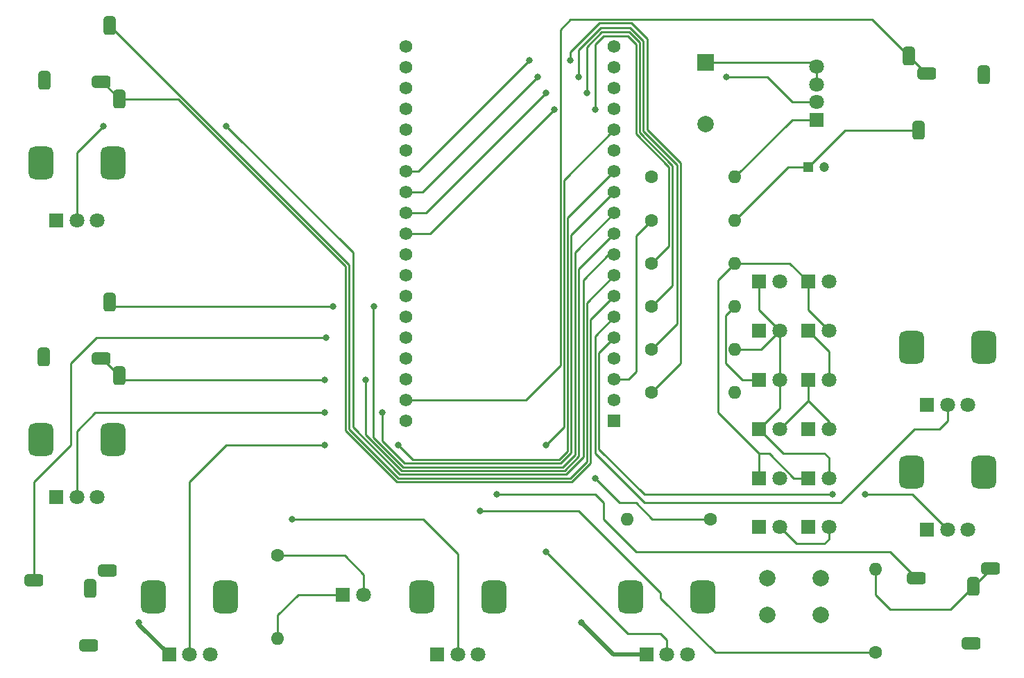
<source format=gbr>
%TF.GenerationSoftware,KiCad,Pcbnew,(6.0.4)*%
%TF.CreationDate,2022-06-01T21:34:52+02:00*%
%TF.ProjectId,Spikeling_ESP32,5370696b-656c-4696-9e67-5f4553503332,rev?*%
%TF.SameCoordinates,Original*%
%TF.FileFunction,Copper,L1,Top*%
%TF.FilePolarity,Positive*%
%FSLAX46Y46*%
G04 Gerber Fmt 4.6, Leading zero omitted, Abs format (unit mm)*
G04 Created by KiCad (PCBNEW (6.0.4)) date 2022-06-01 21:34:52*
%MOMM*%
%LPD*%
G01*
G04 APERTURE LIST*
G04 Aperture macros list*
%AMRoundRect*
0 Rectangle with rounded corners*
0 $1 Rounding radius*
0 $2 $3 $4 $5 $6 $7 $8 $9 X,Y pos of 4 corners*
0 Add a 4 corners polygon primitive as box body*
4,1,4,$2,$3,$4,$5,$6,$7,$8,$9,$2,$3,0*
0 Add four circle primitives for the rounded corners*
1,1,$1+$1,$2,$3*
1,1,$1+$1,$4,$5*
1,1,$1+$1,$6,$7*
1,1,$1+$1,$8,$9*
0 Add four rect primitives between the rounded corners*
20,1,$1+$1,$2,$3,$4,$5,0*
20,1,$1+$1,$4,$5,$6,$7,0*
20,1,$1+$1,$6,$7,$8,$9,0*
20,1,$1+$1,$8,$9,$2,$3,0*%
G04 Aperture macros list end*
%TA.AperFunction,ComponentPad*%
%ADD10R,1.800000X1.800000*%
%TD*%
%TA.AperFunction,ComponentPad*%
%ADD11C,1.800000*%
%TD*%
%TA.AperFunction,ComponentPad*%
%ADD12C,1.600000*%
%TD*%
%TA.AperFunction,ComponentPad*%
%ADD13O,1.600000X1.600000*%
%TD*%
%TA.AperFunction,ComponentPad*%
%ADD14RoundRect,0.750000X0.750000X-1.250000X0.750000X1.250000X-0.750000X1.250000X-0.750000X-1.250000X0*%
%TD*%
%TA.AperFunction,ComponentPad*%
%ADD15RoundRect,0.381000X0.381000X-0.762000X0.381000X0.762000X-0.381000X0.762000X-0.381000X-0.762000X0*%
%TD*%
%TA.AperFunction,ComponentPad*%
%ADD16RoundRect,0.381000X-0.381000X0.762000X-0.381000X-0.762000X0.381000X-0.762000X0.381000X0.762000X0*%
%TD*%
%TA.AperFunction,ComponentPad*%
%ADD17RoundRect,0.381000X0.762000X0.381000X-0.762000X0.381000X-0.762000X-0.381000X0.762000X-0.381000X0*%
%TD*%
%TA.AperFunction,ComponentPad*%
%ADD18RoundRect,0.381000X-0.762000X-0.381000X0.762000X-0.381000X0.762000X0.381000X-0.762000X0.381000X0*%
%TD*%
%TA.AperFunction,ComponentPad*%
%ADD19R,1.200000X1.200000*%
%TD*%
%TA.AperFunction,ComponentPad*%
%ADD20C,1.200000*%
%TD*%
%TA.AperFunction,ComponentPad*%
%ADD21R,2.000000X2.000000*%
%TD*%
%TA.AperFunction,ComponentPad*%
%ADD22C,2.000000*%
%TD*%
%TA.AperFunction,ComponentPad*%
%ADD23R,1.560000X1.560000*%
%TD*%
%TA.AperFunction,ComponentPad*%
%ADD24C,1.560000*%
%TD*%
%TA.AperFunction,ViaPad*%
%ADD25C,0.800000*%
%TD*%
%TA.AperFunction,Conductor*%
%ADD26C,0.250000*%
%TD*%
%TA.AperFunction,Conductor*%
%ADD27C,0.500000*%
%TD*%
G04 APERTURE END LIST*
D10*
%TO.P,Spike LED,1,K*%
%TO.N,Net-(100\u03A9_Spike-LED1-Pad2)*%
X197000000Y-63240000D03*
D11*
%TO.P,Spike LED,2,RA*%
%TO.N,/18*%
X197000000Y-61081000D03*
%TO.P,Spike LED,3,GA*%
%TO.N,/19*%
X197000000Y-58922000D03*
%TO.P,Spike LED,4,BA*%
X197000000Y-56763000D03*
%TD*%
D10*
%TO.P,Mode6,1,K*%
%TO.N,Net-(100\u03A9_CharliePlex3-Pad2)*%
X190000000Y-83000000D03*
D11*
%TO.P,Mode6,2,A*%
%TO.N,Net-(100\u03A9_CharliePlex4-Pad2)*%
X192540000Y-83000000D03*
%TD*%
D10*
%TO.P,Mode1,1,K*%
%TO.N,Net-(100\u03A9_CharliePlex2-Pad2)*%
X190000000Y-113000000D03*
D11*
%TO.P,Mode1,2,A*%
%TO.N,Net-(100\u03A9_CharliePlex1-Pad2)*%
X192540000Y-113000000D03*
%TD*%
D12*
%TO.P,10k\u03A9 SW pull-down,1*%
%TO.N,/21*%
X184080000Y-112000000D03*
D13*
%TO.P,10k\u03A9 SW pull-down,2*%
%TO.N,GNDREF*%
X173920000Y-112000000D03*
%TD*%
D10*
%TO.P,Stim-Strength,1,1*%
%TO.N,+3V3*%
X210500000Y-113300000D03*
D11*
%TO.P,Stim-Strength,2,2*%
%TO.N,/34*%
X213000000Y-113300000D03*
%TO.P,Stim-Strength,3,3*%
%TO.N,GNDREF*%
X215500000Y-113300000D03*
D14*
%TO.P,Stim-Strength,MP*%
%TO.N,N/C*%
X217400000Y-106300000D03*
X208600000Y-106300000D03*
%TD*%
D10*
%TO.P,Noise,1,1*%
%TO.N,+3V3*%
X176250000Y-128550000D03*
D11*
%TO.P,Noise,2,2*%
%TO.N,/13*%
X178750000Y-128550000D03*
%TO.P,Noise,3,3*%
%TO.N,GNDREF*%
X181250000Y-128550000D03*
D14*
%TO.P,Noise,MP*%
%TO.N,N/C*%
X183150000Y-121550000D03*
X174350000Y-121550000D03*
%TD*%
D15*
%TO.P,Synapse In 1,R*%
%TO.N,/33*%
X110781500Y-51750000D03*
D16*
%TO.P,Synapse In 1,S*%
%TO.N,GNDREF*%
X102781500Y-58450000D03*
D17*
%TO.P,Synapse In 1,T*%
%TO.N,/32*%
X109781500Y-58650000D03*
D15*
X111981500Y-60750000D03*
%TD*%
D16*
%TO.P,Synapse Out,R*%
%TO.N,Net-(10\u03A9_RC1-Pad2)*%
X209468500Y-64500000D03*
D15*
%TO.P,Synapse Out,S*%
%TO.N,GNDREF*%
X217468500Y-57800000D03*
D16*
%TO.P,Synapse Out,T*%
%TO.N,/23*%
X208268500Y-55500000D03*
D18*
X210468500Y-57600000D03*
%TD*%
D10*
%TO.P,Synapse 1 Gain,1,1*%
%TO.N,+3V3*%
X104250000Y-75550000D03*
D11*
%TO.P,Synapse 1 Gain,2,2*%
%TO.N,/25*%
X106750000Y-75550000D03*
%TO.P,Synapse 1 Gain,3,3*%
%TO.N,GNDREF*%
X109250000Y-75550000D03*
D14*
%TO.P,Synapse 1 Gain,MP*%
%TO.N,N/C*%
X102350000Y-68550000D03*
X111150000Y-68550000D03*
%TD*%
D10*
%TO.P,Mode3,1,K*%
%TO.N,Net-(100\u03A9_CharliePlex3-Pad2)*%
X190000000Y-101000000D03*
D11*
%TO.P,Mode3,2,A*%
%TO.N,Net-(100\u03A9_CharliePlex2-Pad2)*%
X192540000Y-101000000D03*
%TD*%
D10*
%TO.P,Voltage Membrane,1,1*%
%TO.N,+3V3*%
X118000000Y-128550000D03*
D11*
%TO.P,Voltage Membrane,2,2*%
%TO.N,/12*%
X120500000Y-128550000D03*
%TO.P,Voltage Membrane,3,3*%
%TO.N,GNDREF*%
X123000000Y-128550000D03*
D14*
%TO.P,Voltage Membrane,MP*%
%TO.N,N/C*%
X124900000Y-121550000D03*
X116100000Y-121550000D03*
%TD*%
D12*
%TO.P,100\u03A9 Stim-LED,1*%
%TO.N,/22*%
X204250000Y-128330000D03*
D13*
%TO.P,100\u03A9 Stim-LED,2*%
%TO.N,Net-(100\u03A9_Stim-LED1-Pad2)*%
X204250000Y-118170000D03*
%TD*%
D17*
%TO.P,Stimulus Out,R*%
%TO.N,/01*%
X209250000Y-119218500D03*
D18*
%TO.P,Stimulus Out,S*%
%TO.N,GNDREF*%
X215950000Y-127218500D03*
D17*
%TO.P,Stimulus Out,T*%
%TO.N,Net-(100\u03A9_Stim-LED1-Pad2)*%
X218250000Y-118018500D03*
D16*
X216150000Y-120218500D03*
%TD*%
D10*
%TO.P,Mode10,1,K*%
%TO.N,Net-(100\u03A9_CharliePlex2-Pad2)*%
X196000000Y-95000000D03*
D11*
%TO.P,Mode10,2,A*%
%TO.N,Net-(100\u03A9_CharliePlex4-Pad2)*%
X198540000Y-95000000D03*
%TD*%
D10*
%TO.P,Mode8,1,K*%
%TO.N,Net-(100\u03A9_CharliePlex1-Pad2)*%
X196000000Y-107000000D03*
D11*
%TO.P,Mode8,2,A*%
%TO.N,Net-(100\u03A9_CharliePlex3-Pad2)*%
X198540000Y-107000000D03*
%TD*%
D12*
%TO.P,50\u03A9_CharliePlex4,1*%
%TO.N,/04*%
X176920000Y-96500000D03*
D13*
%TO.P,50\u03A9_CharliePlex4,2*%
%TO.N,Net-(100\u03A9_CharliePlex4-Pad2)*%
X187080000Y-96500000D03*
%TD*%
D10*
%TO.P,Mode12,1,K*%
%TO.N,Net-(100\u03A9_CharliePlex1-Pad2)*%
X196000000Y-83000000D03*
D11*
%TO.P,Mode12,2,A*%
%TO.N,Net-(100\u03A9_CharliePlex4-Pad2)*%
X198540000Y-83000000D03*
%TD*%
D10*
%TO.P,Mode11,1,K*%
%TO.N,Net-(100\u03A9_CharliePlex4-Pad2)*%
X196000000Y-89000000D03*
D11*
%TO.P,Mode11,2,A*%
%TO.N,Net-(100\u03A9_CharliePlex1-Pad2)*%
X198540000Y-89000000D03*
%TD*%
D10*
%TO.P,Mode9,1,K*%
%TO.N,Net-(100\u03A9_CharliePlex4-Pad2)*%
X196000000Y-101000000D03*
D11*
%TO.P,Mode9,2,A*%
%TO.N,Net-(100\u03A9_CharliePlex2-Pad2)*%
X198540000Y-101000000D03*
%TD*%
D12*
%TO.P,10\u03A9 RC,1*%
%TO.N,/36*%
X176920000Y-75500000D03*
D13*
%TO.P,10\u03A9 RC,2*%
%TO.N,Net-(10\u03A9_RC1-Pad2)*%
X187080000Y-75500000D03*
%TD*%
D10*
%TO.P,Photodiode,1,K*%
%TO.N,GNDREF*%
X139225000Y-121250000D03*
D11*
%TO.P,Photodiode,2,A*%
%TO.N,/15*%
X141765000Y-121250000D03*
%TD*%
D10*
%TO.P,Stim-Frequency,1,1*%
%TO.N,+3V3*%
X210500000Y-98050000D03*
D11*
%TO.P,Stim-Frequency,2,2*%
%TO.N,/35*%
X213000000Y-98050000D03*
%TO.P,Stim-Frequency,3,3*%
%TO.N,GNDREF*%
X215500000Y-98050000D03*
D14*
%TO.P,Stim-Frequency,MP*%
%TO.N,N/C*%
X217400000Y-91050000D03*
X208600000Y-91050000D03*
%TD*%
D10*
%TO.P,Synapse 2 Gain,1,1*%
%TO.N,+3V3*%
X104250000Y-109300000D03*
D11*
%TO.P,Synapse 2 Gain,2,2*%
%TO.N,/14*%
X106750000Y-109300000D03*
%TO.P,Synapse 2 Gain,3,3*%
%TO.N,GNDREF*%
X109250000Y-109300000D03*
D14*
%TO.P,Synapse 2 Gain,MP*%
%TO.N,N/C*%
X102350000Y-102300000D03*
X111150000Y-102300000D03*
%TD*%
D15*
%TO.P,Synapse in 2,R*%
%TO.N,/27*%
X110750000Y-85500000D03*
D16*
%TO.P,Synapse in 2,S*%
%TO.N,GNDREF*%
X102750000Y-92200000D03*
D17*
%TO.P,Synapse in 2,T*%
%TO.N,/26*%
X109750000Y-92400000D03*
D15*
X111950000Y-94500000D03*
%TD*%
D10*
%TO.P,Mode2,1,K*%
%TO.N,Net-(100\u03A9_CharliePlex1-Pad2)*%
X190000000Y-107000000D03*
D11*
%TO.P,Mode2,2,A*%
%TO.N,Net-(100\u03A9_CharliePlex2-Pad2)*%
X192540000Y-107000000D03*
%TD*%
D10*
%TO.P,Mode4,1,K*%
%TO.N,Net-(100\u03A9_CharliePlex2-Pad2)*%
X190000000Y-95000000D03*
D11*
%TO.P,Mode4,2,A*%
%TO.N,Net-(100\u03A9_CharliePlex3-Pad2)*%
X192540000Y-95000000D03*
%TD*%
D17*
%TO.P,Current In,R*%
%TO.N,/03*%
X101500000Y-119468500D03*
D18*
%TO.P,Current In,S*%
%TO.N,GNDREF*%
X108200000Y-127468500D03*
D17*
%TO.P,Current In,T*%
%TO.N,unconnected-(Current_In1-PadT)*%
X110500000Y-118268500D03*
D16*
X108400000Y-120468500D03*
%TD*%
D12*
%TO.P,50\u03A9_CharliePlex3,1*%
%TO.N,/16*%
X176920000Y-91250000D03*
D13*
%TO.P,50\u03A9_CharliePlex3,2*%
%TO.N,Net-(100\u03A9_CharliePlex3-Pad2)*%
X187080000Y-91250000D03*
%TD*%
D12*
%TO.P,10k\u03A9 PD pull-down,1*%
%TO.N,/15*%
X131250000Y-116420000D03*
D13*
%TO.P,10k\u03A9 PD pull-down,2*%
%TO.N,GNDREF*%
X131250000Y-126580000D03*
%TD*%
D10*
%TO.P,Photodiode Gain,1,1*%
%TO.N,+3V3*%
X150750000Y-128550000D03*
D11*
%TO.P,Photodiode Gain,2,2*%
%TO.N,/02*%
X153250000Y-128550000D03*
%TO.P,Photodiode Gain,3,3*%
%TO.N,GNDREF*%
X155750000Y-128550000D03*
D14*
%TO.P,Photodiode Gain,MP*%
%TO.N,N/C*%
X148850000Y-121550000D03*
X157650000Y-121550000D03*
%TD*%
D19*
%TO.P,1nF RC,1*%
%TO.N,Net-(10\u03A9_RC1-Pad2)*%
X196000000Y-69000000D03*
D20*
%TO.P,1nF RC,2*%
%TO.N,GNDREF*%
X198000000Y-69000000D03*
%TD*%
D12*
%TO.P,50\u03A9_CharliePlex2,1*%
%TO.N,/17*%
X176920000Y-86000000D03*
D13*
%TO.P,50\u03A9_CharliePlex2,2*%
%TO.N,Net-(100\u03A9_CharliePlex2-Pad2)*%
X187080000Y-86000000D03*
%TD*%
D12*
%TO.P,100\u03A9 Spike LED,1*%
%TO.N,GNDREF*%
X176920000Y-70250000D03*
D13*
%TO.P,100\u03A9 Spike LED,2*%
%TO.N,Net-(100\u03A9_Spike-LED1-Pad2)*%
X187080000Y-70250000D03*
%TD*%
D21*
%TO.P,Spike Buzzer,1,-*%
%TO.N,/19*%
X183500000Y-56200000D03*
D22*
%TO.P,Spike Buzzer,2,+*%
%TO.N,GNDREF*%
X183500000Y-63800000D03*
%TD*%
D12*
%TO.P,50\u03A9 CharliePlex1,1*%
%TO.N,/05*%
X176920000Y-80750000D03*
D13*
%TO.P,50\u03A9 CharliePlex1,2*%
%TO.N,Net-(100\u03A9_CharliePlex1-Pad2)*%
X187080000Y-80750000D03*
%TD*%
D22*
%TO.P,Mode Button,1,1*%
%TO.N,/21*%
X191000000Y-119250000D03*
X197500000Y-119250000D03*
%TO.P,Mode Button,2,2*%
%TO.N,+3V3*%
X197500000Y-123750000D03*
X191000000Y-123750000D03*
%TD*%
D23*
%TO.P,ESP32-WROOM dev module,1,3V3*%
%TO.N,+3V3*%
X172347500Y-100010000D03*
D24*
%TO.P,ESP32-WROOM dev module,2,EN*%
%TO.N,unconnected-(U1-Pad2)*%
X172347500Y-97470000D03*
%TO.P,ESP32-WROOM dev module,3,SENSOR_VP*%
%TO.N,/36*%
X172347500Y-94930000D03*
%TO.P,ESP32-WROOM dev module,4,SENSOR_VN*%
%TO.N,unconnected-(U1-Pad4)*%
X172347500Y-92390000D03*
%TO.P,ESP32-WROOM dev module,5,IO34*%
%TO.N,/34*%
X172347500Y-89850000D03*
%TO.P,ESP32-WROOM dev module,6,IO35*%
%TO.N,/35*%
X172347500Y-87310000D03*
%TO.P,ESP32-WROOM dev module,7,IO32*%
%TO.N,/32*%
X172347500Y-84770000D03*
%TO.P,ESP32-WROOM dev module,8,IO33*%
%TO.N,/33*%
X172347500Y-82230000D03*
%TO.P,ESP32-WROOM dev module,9,IO25*%
%TO.N,/25*%
X172347500Y-79690000D03*
%TO.P,ESP32-WROOM dev module,10,IO26*%
%TO.N,/26*%
X172347500Y-77150000D03*
%TO.P,ESP32-WROOM dev module,11,IO27*%
%TO.N,/27*%
X172347500Y-74610000D03*
%TO.P,ESP32-WROOM dev module,12,IO14*%
%TO.N,/14*%
X172347500Y-72070000D03*
%TO.P,ESP32-WROOM dev module,13,IO12*%
%TO.N,/12*%
X172347500Y-69530000D03*
%TO.P,ESP32-WROOM dev module,14,GND1*%
%TO.N,GNDREF*%
X172347500Y-66990000D03*
%TO.P,ESP32-WROOM dev module,15,IO13*%
%TO.N,/13*%
X172347500Y-64450000D03*
%TO.P,ESP32-WROOM dev module,16,SD2*%
%TO.N,unconnected-(U1-Pad16)*%
X172347500Y-61910000D03*
%TO.P,ESP32-WROOM dev module,17,SD3*%
%TO.N,unconnected-(U1-Pad17)*%
X172347500Y-59370000D03*
%TO.P,ESP32-WROOM dev module,18,CMD*%
%TO.N,unconnected-(U1-Pad18)*%
X172347500Y-56830000D03*
%TO.P,ESP32-WROOM dev module,19,EXT_5V*%
%TO.N,unconnected-(U1-Pad19)*%
X172347500Y-54290000D03*
%TO.P,ESP32-WROOM dev module,20,GND3*%
%TO.N,GNDREF*%
X146947500Y-100010000D03*
%TO.P,ESP32-WROOM dev module,21,IO23*%
%TO.N,/23*%
X146947500Y-97470000D03*
%TO.P,ESP32-WROOM dev module,22,IO22*%
%TO.N,/22*%
X146947500Y-94930000D03*
%TO.P,ESP32-WROOM dev module,23,TXD0*%
%TO.N,/01*%
X146947500Y-92390000D03*
%TO.P,ESP32-WROOM dev module,24,RXD0*%
%TO.N,/03*%
X146947500Y-89850000D03*
%TO.P,ESP32-WROOM dev module,25,IO21*%
%TO.N,/21*%
X146947500Y-87310000D03*
%TO.P,ESP32-WROOM dev module,26,GND2*%
%TO.N,GNDREF*%
X146947500Y-84770000D03*
%TO.P,ESP32-WROOM dev module,27,IO19*%
%TO.N,/19*%
X146947500Y-82230000D03*
%TO.P,ESP32-WROOM dev module,28,IO18*%
%TO.N,/18*%
X146947500Y-79690000D03*
%TO.P,ESP32-WROOM dev module,29,IO5*%
%TO.N,/05*%
X146947500Y-77150000D03*
%TO.P,ESP32-WROOM dev module,30,IO17*%
%TO.N,/17*%
X146947500Y-74610000D03*
%TO.P,ESP32-WROOM dev module,31,IO16*%
%TO.N,/16*%
X146947500Y-72070000D03*
%TO.P,ESP32-WROOM dev module,32,IO4*%
%TO.N,/04*%
X146947500Y-69530000D03*
%TO.P,ESP32-WROOM dev module,33,IO0*%
%TO.N,unconnected-(U1-Pad33)*%
X146947500Y-66990000D03*
%TO.P,ESP32-WROOM dev module,34,IO2*%
%TO.N,/02*%
X146947500Y-64450000D03*
%TO.P,ESP32-WROOM dev module,35,IO15*%
%TO.N,/15*%
X146947500Y-61910000D03*
%TO.P,ESP32-WROOM dev module,36,SD1*%
%TO.N,unconnected-(U1-Pad36)*%
X146947500Y-59370000D03*
%TO.P,ESP32-WROOM dev module,37,SD0*%
%TO.N,unconnected-(U1-Pad37)*%
X146947500Y-56830000D03*
%TO.P,ESP32-WROOM dev module,38,CLK*%
%TO.N,unconnected-(U1-Pad38)*%
X146947500Y-54290000D03*
%TD*%
D10*
%TO.P,Mode7,1,K*%
%TO.N,Net-(100\u03A9_CharliePlex3-Pad2)*%
X196000000Y-113000000D03*
D11*
%TO.P,Mode7,2,A*%
%TO.N,Net-(100\u03A9_CharliePlex1-Pad2)*%
X198540000Y-113000000D03*
%TD*%
D10*
%TO.P,Mode5,1,K*%
%TO.N,Net-(100\u03A9_CharliePlex4-Pad2)*%
X190000000Y-89000000D03*
D11*
%TO.P,Mode5,2,A*%
%TO.N,Net-(100\u03A9_CharliePlex3-Pad2)*%
X192540000Y-89000000D03*
%TD*%
D25*
%TO.N,/27*%
X143000000Y-86000000D03*
X138000000Y-86000000D03*
%TO.N,/26*%
X142000000Y-95000000D03*
X137000000Y-95000000D03*
%TO.N,/03*%
X137150000Y-89850000D03*
%TO.N,/01*%
X158000000Y-109000000D03*
%TO.N,+3V3*%
X168352500Y-124647500D03*
X114352500Y-124647500D03*
%TO.N,/34*%
X199000000Y-109000000D03*
X203000000Y-109000000D03*
%TO.N,/25*%
X110000000Y-64000000D03*
X125000000Y-64000000D03*
%TO.N,/14*%
X137000000Y-99000000D03*
X144000000Y-99000000D03*
%TO.N,/12*%
X137000000Y-103000000D03*
X146000000Y-103000000D03*
%TO.N,/13*%
X164000000Y-116000000D03*
X164000000Y-103000000D03*
%TO.N,/22*%
X156000000Y-111000000D03*
%TO.N,/21*%
X170000000Y-107000000D03*
%TO.N,/18*%
X186000000Y-58000000D03*
%TO.N,/05*%
X170000000Y-62000000D03*
X165000000Y-62000000D03*
%TO.N,/17*%
X169000000Y-60000000D03*
X164000000Y-60000000D03*
%TO.N,/16*%
X168000000Y-58000000D03*
X163000000Y-58000000D03*
%TO.N,/04*%
X167000000Y-56000000D03*
X162000000Y-56000000D03*
%TO.N,/02*%
X133000000Y-112000000D03*
%TD*%
D26*
%TO.N,GNDREF*%
X131250000Y-126580000D02*
X131250000Y-123750000D01*
X131250000Y-123750000D02*
X133750000Y-121250000D01*
X133750000Y-121250000D02*
X139225000Y-121250000D01*
%TO.N,/23*%
X210468500Y-57600000D02*
X210368500Y-57600000D01*
X165752400Y-52247600D02*
X165752400Y-93247600D01*
X208268500Y-55500000D02*
X203768500Y-51000000D01*
X210368500Y-57600000D02*
X208268500Y-55500000D01*
X203768500Y-51000000D02*
X167000000Y-51000000D01*
X167000000Y-51000000D02*
X165752400Y-52247600D01*
X161530000Y-97470000D02*
X146947500Y-97470000D01*
X165752400Y-93247600D02*
X161530000Y-97470000D01*
%TO.N,/33*%
X167000000Y-107000000D02*
X146000000Y-107000000D01*
X140000000Y-101000000D02*
X140000000Y-80968500D01*
X140000000Y-80968500D02*
X110781500Y-51750000D01*
X169000000Y-85577500D02*
X169000000Y-105000000D01*
X172347500Y-82230000D02*
X169000000Y-85577500D01*
X169000000Y-105000000D02*
X167000000Y-107000000D01*
X146000000Y-107000000D02*
X140000000Y-101000000D01*
%TO.N,/32*%
X139550480Y-81154698D02*
X119145782Y-60750000D01*
X167186197Y-107449520D02*
X146550480Y-107449520D01*
X169449520Y-105186197D02*
X169449520Y-88550480D01*
X169449520Y-87667980D02*
X169449520Y-88550480D01*
X167317859Y-107317859D02*
X169449520Y-105186197D01*
X119145782Y-60750000D02*
X111981500Y-60750000D01*
X109881500Y-58650000D02*
X111981500Y-60750000D01*
X146550480Y-107449520D02*
X145813803Y-107449520D01*
X167317859Y-107317859D02*
X167186197Y-107449520D01*
X109781500Y-58650000D02*
X109881500Y-58650000D01*
X172347500Y-84770000D02*
X169449520Y-87667980D01*
X139550480Y-101186197D02*
X139550480Y-81154698D01*
X145813803Y-107449520D02*
X139550480Y-101186197D01*
%TO.N,/27*%
X142953577Y-102046423D02*
X146558594Y-105651440D01*
X167550480Y-104178084D02*
X167550480Y-79407020D01*
X146558594Y-105651440D02*
X166077124Y-105651440D01*
X111250000Y-86000000D02*
X110750000Y-85500000D01*
X166077124Y-105651440D02*
X167550480Y-104178084D01*
X167550480Y-79407020D02*
X172347500Y-74610000D01*
X142953577Y-86046423D02*
X143000000Y-86000000D01*
X138000000Y-86000000D02*
X111250000Y-86000000D01*
X142953577Y-102046423D02*
X142953577Y-86046423D01*
%TO.N,/26*%
X142000000Y-101728564D02*
X142000000Y-95000000D01*
X109850000Y-92400000D02*
X111950000Y-94500000D01*
X111950000Y-94500000D02*
X112450000Y-95000000D01*
X168000000Y-81497500D02*
X168000000Y-104364282D01*
X146372396Y-106100960D02*
X142000000Y-101728564D01*
X172347500Y-77150000D02*
X168000000Y-81497500D01*
X109750000Y-92400000D02*
X109850000Y-92400000D01*
X112450000Y-95000000D02*
X137000000Y-95000000D01*
X166263322Y-106100960D02*
X146372396Y-106100960D01*
X168000000Y-104364282D02*
X166263322Y-106100960D01*
%TO.N,/03*%
X109150000Y-89850000D02*
X106000000Y-93000000D01*
X106000000Y-93000000D02*
X106000000Y-103000000D01*
X106000000Y-103000000D02*
X101500000Y-107500000D01*
X101500000Y-107500000D02*
X101500000Y-119468500D01*
X137150000Y-89850000D02*
X109150000Y-89850000D01*
%TO.N,/01*%
X169000000Y-109000000D02*
X158000000Y-109000000D01*
X171000000Y-110000000D02*
X170000000Y-109000000D01*
X175000000Y-116000000D02*
X171000000Y-112000000D01*
X206031500Y-116000000D02*
X175000000Y-116000000D01*
X209250000Y-119218500D02*
X206031500Y-116000000D01*
X170000000Y-109000000D02*
X169000000Y-109000000D01*
X171000000Y-112000000D02*
X171000000Y-110000000D01*
D27*
%TO.N,+3V3*%
X114352500Y-124902500D02*
X118000000Y-128550000D01*
D26*
X114352500Y-124647500D02*
X114352500Y-124902500D01*
D27*
X172255000Y-128550000D02*
X176250000Y-128550000D01*
X168352500Y-124647500D02*
X172255000Y-128550000D01*
D26*
%TO.N,/36*%
X175000000Y-94000000D02*
X175000000Y-77420000D01*
X175000000Y-77420000D02*
X176920000Y-75500000D01*
X172347500Y-94930000D02*
X174070000Y-94930000D01*
X174070000Y-94930000D02*
X175000000Y-94000000D01*
%TO.N,/34*%
X176000000Y-109000000D02*
X199000000Y-109000000D01*
X203000000Y-109000000D02*
X208700000Y-109000000D01*
X208700000Y-109000000D02*
X213000000Y-113300000D01*
X170449520Y-91747980D02*
X170449520Y-103449520D01*
X172347500Y-89850000D02*
X170449520Y-91747980D01*
X170449520Y-103449520D02*
X176000000Y-109000000D01*
%TO.N,/35*%
X170000000Y-104000000D02*
X176000000Y-110000000D01*
X172347500Y-87310000D02*
X170000000Y-89657500D01*
X176000000Y-110000000D02*
X200000000Y-110000000D01*
X213000000Y-100000000D02*
X213000000Y-98050000D01*
X170000000Y-89657500D02*
X170000000Y-104000000D01*
X200000000Y-110000000D02*
X209000000Y-101000000D01*
X209000000Y-101000000D02*
X212000000Y-101000000D01*
X212000000Y-101000000D02*
X213000000Y-100000000D01*
%TO.N,/25*%
X171674282Y-79690000D02*
X168550480Y-82813802D01*
X146186198Y-106550480D02*
X140449520Y-100813802D01*
X106750000Y-67250000D02*
X110000000Y-64000000D01*
X140449520Y-79449520D02*
X125000000Y-64000000D01*
X166449520Y-106550480D02*
X146186198Y-106550480D01*
X172347500Y-79690000D02*
X171674282Y-79690000D01*
X168550480Y-104449520D02*
X166449520Y-106550480D01*
X106750000Y-75550000D02*
X106750000Y-67250000D01*
X168550480Y-82813802D02*
X168550480Y-104449520D01*
X140449520Y-100813802D02*
X140449520Y-79449520D01*
%TO.N,/14*%
X137000000Y-99000000D02*
X109000000Y-99000000D01*
X144000000Y-102457128D02*
X144000000Y-99000000D01*
X167100960Y-103899040D02*
X165798080Y-105201920D01*
X167100960Y-77316540D02*
X167100960Y-103899040D01*
X165798080Y-105201920D02*
X146744792Y-105201920D01*
X146744792Y-105201920D02*
X144000000Y-102457128D01*
X109000000Y-99000000D02*
X106750000Y-101250000D01*
X172347500Y-72070000D02*
X167100960Y-77316540D01*
X106750000Y-101250000D02*
X106750000Y-109300000D01*
%TO.N,/12*%
X165611882Y-104752400D02*
X147752400Y-104752400D01*
X120500000Y-107500000D02*
X120500000Y-128550000D01*
X137000000Y-103000000D02*
X125000000Y-103000000D01*
X147752400Y-104752400D02*
X146000000Y-103000000D01*
X172347500Y-69530000D02*
X166651440Y-75226060D01*
X125000000Y-103000000D02*
X120500000Y-107500000D01*
X166651440Y-103712842D02*
X165611882Y-104752400D01*
X166651440Y-75226060D02*
X166651440Y-103712842D01*
%TO.N,/13*%
X166201920Y-70595580D02*
X166201920Y-100798080D01*
X172347500Y-64450000D02*
X166201920Y-70595580D01*
X166201920Y-100798080D02*
X164000000Y-103000000D01*
X174000000Y-126000000D02*
X178000000Y-126000000D01*
X164000000Y-116000000D02*
X174000000Y-126000000D01*
X178000000Y-126000000D02*
X178750000Y-126750000D01*
X178750000Y-126750000D02*
X178750000Y-128550000D01*
%TO.N,/22*%
X178000000Y-121680400D02*
X178000000Y-121000000D01*
X168000000Y-111000000D02*
X166000000Y-111000000D01*
X184649600Y-128330000D02*
X178000000Y-121680400D01*
X166000000Y-111000000D02*
X156000000Y-111000000D01*
X178000000Y-121000000D02*
X168000000Y-111000000D01*
X204250000Y-128330000D02*
X184649600Y-128330000D01*
%TO.N,/21*%
X173000000Y-110000000D02*
X175000000Y-110000000D01*
X177000000Y-112000000D02*
X184080000Y-112000000D01*
X175000000Y-110000000D02*
X177000000Y-112000000D01*
X170000000Y-107000000D02*
X173000000Y-110000000D01*
%TO.N,/19*%
X183500000Y-56200000D02*
X196437000Y-56200000D01*
X197000000Y-58922000D02*
X197000000Y-56763000D01*
X196437000Y-56200000D02*
X197000000Y-56763000D01*
%TO.N,/18*%
X186000000Y-58000000D02*
X191000000Y-58000000D01*
X194081000Y-61081000D02*
X197000000Y-61081000D01*
X191000000Y-58000000D02*
X194081000Y-61081000D01*
%TO.N,/05*%
X174000000Y-53000000D02*
X175000000Y-54000000D01*
X171000000Y-53000000D02*
X170000000Y-54000000D01*
X179000000Y-69000000D02*
X179000000Y-78670000D01*
X175000000Y-54000000D02*
X175000000Y-65000000D01*
X146947500Y-77150000D02*
X149850000Y-77150000D01*
X170000000Y-54000000D02*
X170000000Y-62000000D01*
X149850000Y-77150000D02*
X165000000Y-62000000D01*
X171000000Y-53000000D02*
X174000000Y-53000000D01*
X175000000Y-65000000D02*
X179000000Y-69000000D01*
X179000000Y-78670000D02*
X176920000Y-80750000D01*
%TO.N,/17*%
X146947500Y-74610000D02*
X149390000Y-74610000D01*
X179449520Y-68813803D02*
X175449520Y-64813803D01*
X175449520Y-53813802D02*
X174186198Y-52550480D01*
X176920000Y-86000000D02*
X179449520Y-83470480D01*
X169000000Y-54364283D02*
X169000000Y-60000000D01*
X174186198Y-52550480D02*
X170813803Y-52550480D01*
X149390000Y-74610000D02*
X164000000Y-60000000D01*
X179449520Y-83470480D02*
X179449520Y-68813803D01*
X175449520Y-64813803D02*
X175449520Y-53813802D01*
X170813803Y-52550480D02*
X169000000Y-54364283D01*
%TO.N,/16*%
X180000000Y-88170000D02*
X180000000Y-68728565D01*
X180000000Y-68728565D02*
X175899040Y-64627605D01*
X146947500Y-72070000D02*
X148930000Y-72070000D01*
X174271435Y-52000000D02*
X170728566Y-52000000D01*
X175899040Y-64627605D02*
X175899040Y-53627605D01*
X170728566Y-52000000D02*
X168000000Y-54728566D01*
X168000000Y-54728566D02*
X168000000Y-58000000D01*
X176920000Y-91250000D02*
X180000000Y-88170000D01*
X175899040Y-53627605D02*
X174271435Y-52000000D01*
X148930000Y-72070000D02*
X163000000Y-58000000D01*
%TO.N,/04*%
X176920000Y-96500000D02*
X180449520Y-92970480D01*
X180449520Y-92970480D02*
X180449520Y-68542368D01*
X170550480Y-51449520D02*
X167000000Y-55000000D01*
X176348560Y-64441408D02*
X176348560Y-53348560D01*
X180449520Y-68542368D02*
X176348560Y-64441408D01*
X167000000Y-55000000D02*
X167000000Y-56000000D01*
X162000000Y-56000000D02*
X148470000Y-69530000D01*
X176348560Y-53348560D02*
X174449520Y-51449520D01*
X148470000Y-69530000D02*
X146947500Y-69530000D01*
X174449520Y-51449520D02*
X170550480Y-51449520D01*
%TO.N,/02*%
X153250000Y-116250000D02*
X153250000Y-128550000D01*
X133000000Y-112000000D02*
X149000000Y-112000000D01*
X149000000Y-112000000D02*
X153250000Y-116250000D01*
%TO.N,/15*%
X131250000Y-116420000D02*
X139420000Y-116420000D01*
X141765000Y-118765000D02*
X141765000Y-121250000D01*
X139420000Y-116420000D02*
X141765000Y-118765000D01*
%TO.N,Net-(10\u03A9_RC1-Pad2)*%
X209468500Y-64500000D02*
X200500000Y-64500000D01*
X193580000Y-69000000D02*
X187080000Y-75500000D01*
X200500000Y-64500000D02*
X196000000Y-69000000D01*
X196000000Y-69000000D02*
X193580000Y-69000000D01*
%TO.N,Net-(100\u03A9_CharliePlex1-Pad2)*%
X190000000Y-104000000D02*
X191271721Y-104000000D01*
X198000000Y-115000000D02*
X198540000Y-114460000D01*
X194271721Y-107000000D02*
X196000000Y-107000000D01*
X190000000Y-104000000D02*
X185000000Y-99000000D01*
X187080000Y-80750000D02*
X185000000Y-82830000D01*
X191271721Y-104000000D02*
X194271721Y-107000000D01*
X190000000Y-107000000D02*
X190000000Y-104000000D01*
X198540000Y-114460000D02*
X198540000Y-113000000D01*
X193750000Y-80750000D02*
X196000000Y-83000000D01*
X196000000Y-83000000D02*
X196000000Y-86460000D01*
X185000000Y-82830000D02*
X185000000Y-99000000D01*
X187080000Y-80750000D02*
X193750000Y-80750000D01*
X192540000Y-113000000D02*
X194540000Y-115000000D01*
X194540000Y-115000000D02*
X198000000Y-115000000D01*
X196000000Y-86460000D02*
X198540000Y-89000000D01*
%TO.N,Net-(100\u03A9_CharliePlex2-Pad2)*%
X196000000Y-97540000D02*
X198540000Y-100080000D01*
X196000000Y-97540000D02*
X192540000Y-101000000D01*
X196000000Y-95000000D02*
X196000000Y-97540000D01*
X185955489Y-92955489D02*
X188000000Y-95000000D01*
X185955489Y-87124511D02*
X185955489Y-92955489D01*
X187080000Y-86000000D02*
X185955489Y-87124511D01*
X188000000Y-95000000D02*
X190000000Y-95000000D01*
X198540000Y-100080000D02*
X198540000Y-101000000D01*
%TO.N,Net-(100\u03A9_CharliePlex3-Pad2)*%
X190290000Y-91250000D02*
X192540000Y-89000000D01*
X198540000Y-104540000D02*
X198000000Y-104000000D01*
X190000000Y-101000000D02*
X193000000Y-104000000D01*
X187080000Y-91250000D02*
X190290000Y-91250000D01*
X198540000Y-107000000D02*
X198540000Y-104540000D01*
X192540000Y-89000000D02*
X192540000Y-95000000D01*
X190000000Y-86460000D02*
X192540000Y-89000000D01*
X192540000Y-95000000D02*
X192540000Y-98460000D01*
X192540000Y-98460000D02*
X190000000Y-101000000D01*
X193000000Y-104000000D02*
X195540000Y-104000000D01*
X198000000Y-104000000D02*
X195000000Y-104000000D01*
X190000000Y-83000000D02*
X190000000Y-86460000D01*
%TO.N,Net-(100\u03A9_CharliePlex4-Pad2)*%
X198540000Y-91540000D02*
X196000000Y-89000000D01*
X198540000Y-95000000D02*
X198540000Y-91540000D01*
%TO.N,Net-(100\u03A9_Spike-LED1-Pad2)*%
X197000000Y-63240000D02*
X194090000Y-63240000D01*
X194090000Y-63240000D02*
X187080000Y-70250000D01*
%TO.N,Net-(100\u03A9_Stim-LED1-Pad2)*%
X218250000Y-118118500D02*
X216150000Y-120218500D01*
X213368500Y-123000000D02*
X216150000Y-120218500D01*
X204250000Y-121250000D02*
X206000000Y-123000000D01*
X218250000Y-118018500D02*
X218250000Y-118118500D01*
X206000000Y-123000000D02*
X213368500Y-123000000D01*
X204250000Y-118170000D02*
X204250000Y-121250000D01*
%TD*%
M02*

</source>
